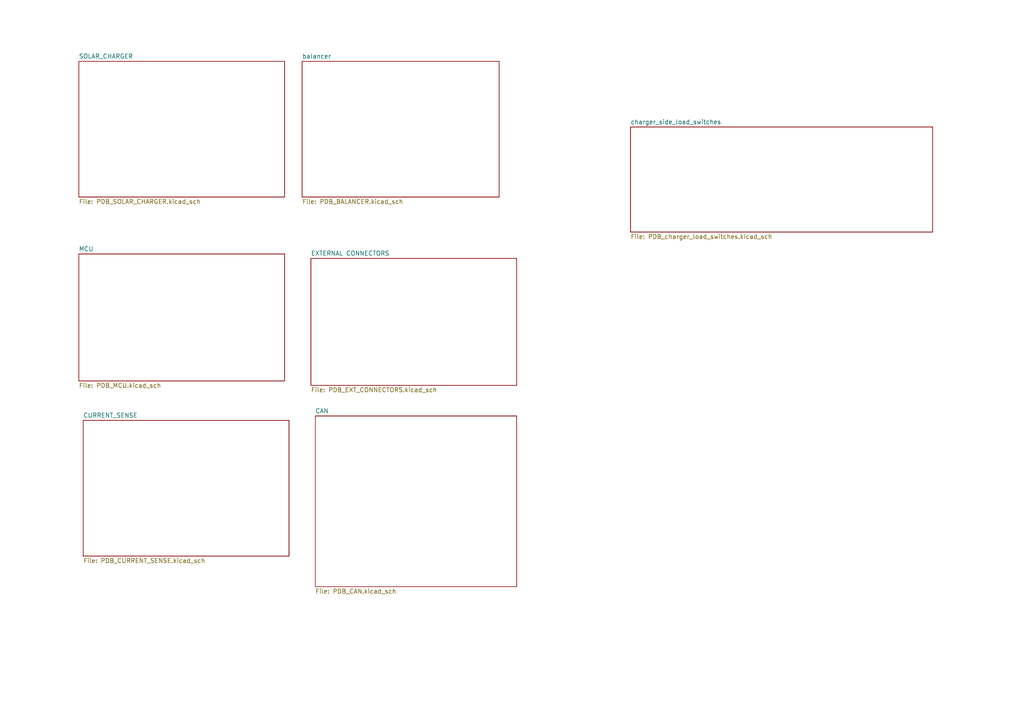
<source format=kicad_sch>
(kicad_sch
	(version 20250114)
	(generator "eeschema")
	(generator_version "9.0")
	(uuid "1e829995-5898-4ed5-983e-6e0c4dc7da2c")
	(paper "A4")
	(lib_symbols)
	(sheet
		(at 182.88 36.83)
		(size 87.63 30.48)
		(exclude_from_sim no)
		(in_bom yes)
		(on_board yes)
		(dnp no)
		(fields_autoplaced yes)
		(stroke
			(width 0.1524)
			(type solid)
		)
		(fill
			(color 0 0 0 0.0000)
		)
		(uuid "0c26ad30-fa0b-4eb1-8505-5a685151e703")
		(property "Sheetname" "charger_side_load_switches"
			(at 182.88 36.1184 0)
			(effects
				(font
					(size 1.27 1.27)
				)
				(justify left bottom)
			)
		)
		(property "Sheetfile" "PDB_charger_load_switches.kicad_sch"
			(at 182.88 67.8946 0)
			(effects
				(font
					(size 1.27 1.27)
				)
				(justify left top)
			)
		)
		(instances
			(project "SOLAR CHARGER"
				(path "/1e829995-5898-4ed5-983e-6e0c4dc7da2c"
					(page "8")
				)
			)
		)
	)
	(sheet
		(at 90.17 74.93)
		(size 59.69 36.83)
		(exclude_from_sim no)
		(in_bom yes)
		(on_board yes)
		(dnp no)
		(fields_autoplaced yes)
		(stroke
			(width 0.1524)
			(type solid)
		)
		(fill
			(color 0 0 0 0.0000)
		)
		(uuid "316187ca-bf3a-4edc-a900-ecce8085cb24")
		(property "Sheetname" "EXTERNAL CONNECTORS"
			(at 90.17 74.2184 0)
			(effects
				(font
					(size 1.27 1.27)
				)
				(justify left bottom)
			)
		)
		(property "Sheetfile" "PDB_EXT_CONNECTORS.kicad_sch"
			(at 90.17 112.3446 0)
			(effects
				(font
					(size 1.27 1.27)
				)
				(justify left top)
			)
		)
		(instances
			(project "SOLAR CHARGER"
				(path "/1e829995-5898-4ed5-983e-6e0c4dc7da2c"
					(page "9")
				)
			)
		)
	)
	(sheet
		(at 91.44 120.65)
		(size 58.42 49.53)
		(exclude_from_sim no)
		(in_bom yes)
		(on_board yes)
		(dnp no)
		(fields_autoplaced yes)
		(stroke
			(width 0.1524)
			(type solid)
		)
		(fill
			(color 0 0 0 0.0000)
		)
		(uuid "36f0f1ad-ee5c-4012-9c95-e0d66d35d8be")
		(property "Sheetname" "CAN"
			(at 91.44 119.9384 0)
			(effects
				(font
					(size 1.27 1.27)
				)
				(justify left bottom)
			)
		)
		(property "Sheetfile" "PDB_CAN.kicad_sch"
			(at 91.44 170.7646 0)
			(effects
				(font
					(size 1.27 1.27)
				)
				(justify left top)
			)
		)
		(instances
			(project "SOLAR CHARGER"
				(path "/1e829995-5898-4ed5-983e-6e0c4dc7da2c"
					(page "11")
				)
			)
		)
	)
	(sheet
		(at 87.63 17.78)
		(size 57.15 39.37)
		(exclude_from_sim no)
		(in_bom yes)
		(on_board yes)
		(dnp no)
		(fields_autoplaced yes)
		(stroke
			(width 0.1524)
			(type solid)
		)
		(fill
			(color 0 0 0 0.0000)
		)
		(uuid "78bf5d59-1417-4f7a-872a-7a80efec577b")
		(property "Sheetname" "balancer"
			(at 87.63 17.0684 0)
			(effects
				(font
					(size 1.27 1.27)
				)
				(justify left bottom)
			)
		)
		(property "Sheetfile" "PDB_BALANCER.kicad_sch"
			(at 87.63 57.7346 0)
			(effects
				(font
					(size 1.27 1.27)
				)
				(justify left top)
			)
		)
		(instances
			(project "SOLAR CHARGER"
				(path "/1e829995-5898-4ed5-983e-6e0c4dc7da2c"
					(page "3")
				)
			)
		)
	)
	(sheet
		(at 22.86 17.78)
		(size 59.69 39.37)
		(exclude_from_sim no)
		(in_bom yes)
		(on_board yes)
		(dnp no)
		(fields_autoplaced yes)
		(stroke
			(width 0.1524)
			(type solid)
		)
		(fill
			(color 0 0 0 0.0000)
		)
		(uuid "7d08c342-f8da-4a0b-8374-c67a6fa2b6f2")
		(property "Sheetname" "SOLAR_CHARGER"
			(at 22.86 17.0684 0)
			(effects
				(font
					(size 1.27 1.27)
				)
				(justify left bottom)
			)
		)
		(property "Sheetfile" "PDB_SOLAR_CHARGER.kicad_sch"
			(at 22.86 57.7346 0)
			(effects
				(font
					(size 1.27 1.27)
				)
				(justify left top)
			)
		)
		(instances
			(project "SOLAR CHARGER"
				(path "/1e829995-5898-4ed5-983e-6e0c4dc7da2c"
					(page "2")
				)
			)
		)
	)
	(sheet
		(at 22.86 73.66)
		(size 59.69 36.83)
		(exclude_from_sim no)
		(in_bom yes)
		(on_board yes)
		(dnp no)
		(fields_autoplaced yes)
		(stroke
			(width 0.1524)
			(type solid)
		)
		(fill
			(color 0 0 0 0.0000)
		)
		(uuid "e2ee2330-f78c-4b6a-845b-a84945455afd")
		(property "Sheetname" "MCU"
			(at 22.86 72.9484 0)
			(effects
				(font
					(size 1.27 1.27)
				)
				(justify left bottom)
			)
		)
		(property "Sheetfile" "PDB_MCU.kicad_sch"
			(at 22.86 111.0746 0)
			(effects
				(font
					(size 1.27 1.27)
				)
				(justify left top)
			)
		)
		(instances
			(project "SOLAR CHARGER"
				(path "/1e829995-5898-4ed5-983e-6e0c4dc7da2c"
					(page "8")
				)
			)
		)
	)
	(sheet
		(at 24.13 121.92)
		(size 59.69 39.37)
		(exclude_from_sim no)
		(in_bom yes)
		(on_board yes)
		(dnp no)
		(fields_autoplaced yes)
		(stroke
			(width 0.1524)
			(type solid)
		)
		(fill
			(color 0 0 0 0.0000)
		)
		(uuid "e6f424a5-ab40-42ae-91f2-8549f26810e7")
		(property "Sheetname" "CURRENT_SENSE"
			(at 24.13 121.2084 0)
			(effects
				(font
					(size 1.27 1.27)
				)
				(justify left bottom)
			)
		)
		(property "Sheetfile" "PDB_CURRENT_SENSE.kicad_sch"
			(at 24.13 161.8746 0)
			(effects
				(font
					(size 1.27 1.27)
				)
				(justify left top)
			)
		)
		(instances
			(project "SOLAR CHARGER"
				(path "/1e829995-5898-4ed5-983e-6e0c4dc7da2c"
					(page "10")
				)
			)
		)
	)
	(sheet_instances
		(path "/"
			(page "1")
		)
	)
	(embedded_fonts no)
)

</source>
